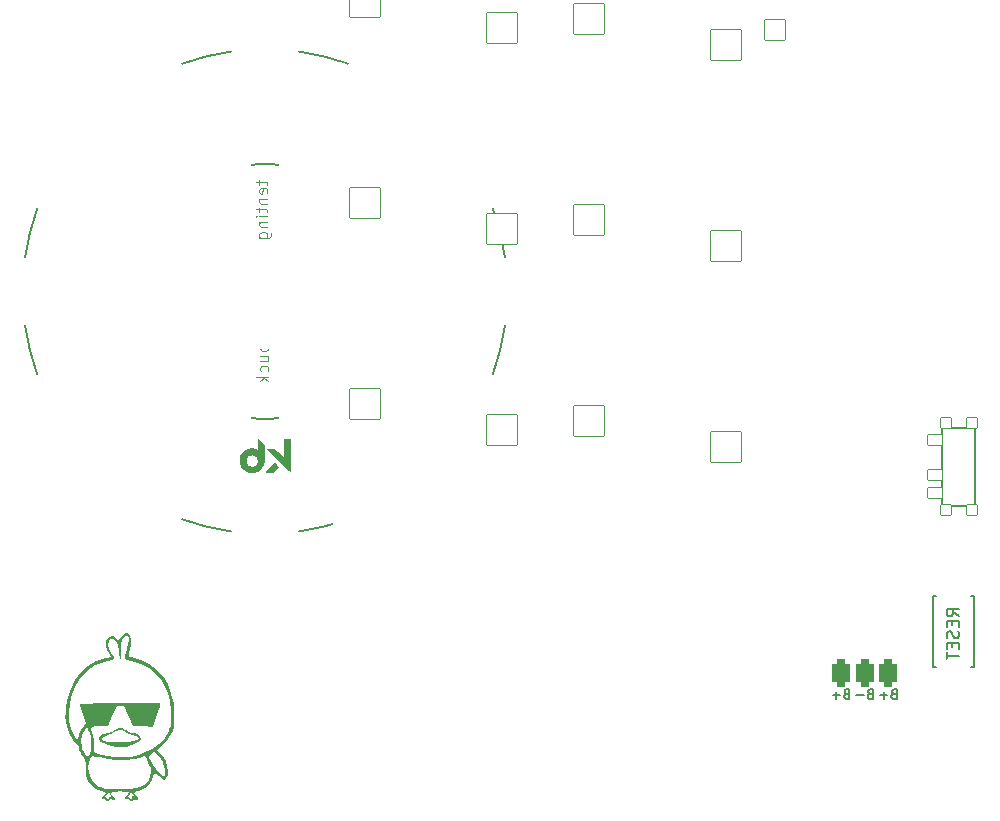
<source format=gbo>
%TF.GenerationSoftware,KiCad,Pcbnew,(6.0.4)*%
%TF.CreationDate,2022-05-01T21:13:42+02:00*%
%TF.ProjectId,batta,62617474-612e-46b6-9963-61645f706362,v1.0.0*%
%TF.SameCoordinates,Original*%
%TF.FileFunction,Legend,Bot*%
%TF.FilePolarity,Positive*%
%FSLAX46Y46*%
G04 Gerber Fmt 4.6, Leading zero omitted, Abs format (unit mm)*
G04 Created by KiCad (PCBNEW (6.0.4)) date 2022-05-01 21:13:42*
%MOMM*%
%LPD*%
G01*
G04 APERTURE LIST*
G04 Aperture macros list*
%AMRoundRect*
0 Rectangle with rounded corners*
0 $1 Rounding radius*
0 $2 $3 $4 $5 $6 $7 $8 $9 X,Y pos of 4 corners*
0 Add a 4 corners polygon primitive as box body*
4,1,4,$2,$3,$4,$5,$6,$7,$8,$9,$2,$3,0*
0 Add four circle primitives for the rounded corners*
1,1,$1+$1,$2,$3*
1,1,$1+$1,$4,$5*
1,1,$1+$1,$6,$7*
1,1,$1+$1,$8,$9*
0 Add four rect primitives between the rounded corners*
20,1,$1+$1,$2,$3,$4,$5,0*
20,1,$1+$1,$4,$5,$6,$7,0*
20,1,$1+$1,$6,$7,$8,$9,0*
20,1,$1+$1,$8,$9,$2,$3,0*%
G04 Aperture macros list end*
%ADD10C,0.150000*%
%ADD11C,0.100000*%
%ADD12C,0.200000*%
%ADD13C,0.010000*%
%ADD14C,1.752600*%
%ADD15R,1.752600X1.752600*%
%ADD16RoundRect,0.375000X-0.375000X-0.750000X0.375000X-0.750000X0.375000X0.750000X-0.375000X0.750000X0*%
%ADD17C,1.852600*%
%ADD18RoundRect,0.050000X-0.876300X0.876300X-0.876300X-0.876300X0.876300X-0.876300X0.876300X0.876300X0*%
%ADD19RoundRect,0.425000X-0.375000X-0.750000X0.375000X-0.750000X0.375000X0.750000X-0.375000X0.750000X0*%
%ADD20C,2.100000*%
%ADD21C,3.100000*%
%ADD22C,1.801800*%
%ADD23C,3.529000*%
%ADD24RoundRect,0.050000X-1.054507X-1.505993X1.505993X-1.054507X1.054507X1.505993X-1.505993X1.054507X0*%
%ADD25C,2.132000*%
%ADD26RoundRect,0.050000X-1.181751X-1.408356X1.408356X-1.181751X1.181751X1.408356X-1.408356X1.181751X0*%
%ADD27RoundRect,0.050000X-1.300000X-1.300000X1.300000X-1.300000X1.300000X1.300000X-1.300000X1.300000X0*%
%ADD28RoundRect,0.050000X-1.775833X-0.475833X0.475833X-1.775833X1.775833X0.475833X-0.475833X1.775833X0*%
%ADD29RoundRect,0.050000X-0.450000X0.450000X-0.450000X-0.450000X0.450000X-0.450000X0.450000X0.450000X0*%
%ADD30C,1.100000*%
%ADD31RoundRect,0.050000X-0.625000X0.450000X-0.625000X-0.450000X0.625000X-0.450000X0.625000X0.450000X0*%
%ADD32RoundRect,0.050000X-0.863113X-1.623279X1.623279X-0.863113X0.863113X1.623279X-1.623279X0.863113X0*%
%ADD33C,4.500000*%
%ADD34RoundRect,0.050000X-1.592168X-0.919239X0.919239X-1.592168X1.592168X0.919239X-0.919239X1.592168X0*%
G04 APERTURE END LIST*
D10*
%TO.C,PAD1*%
X156849182Y54073625D02*
X156734896Y54035530D01*
X156696801Y53997435D01*
X156658706Y53921244D01*
X156658706Y53806959D01*
X156696801Y53730768D01*
X156734896Y53692673D01*
X156811087Y53654578D01*
X157115848Y53654578D01*
X157115848Y54454578D01*
X156849182Y54454578D01*
X156772991Y54416483D01*
X156734896Y54378387D01*
X156696801Y54302197D01*
X156696801Y54226006D01*
X156734896Y54149816D01*
X156772991Y54111721D01*
X156849182Y54073625D01*
X157115848Y54073625D01*
X156315848Y53959340D02*
X155706325Y53959340D01*
X156011087Y53654578D02*
X156011087Y54264102D01*
X152849182Y54073625D02*
X152734896Y54035530D01*
X152696801Y53997435D01*
X152658706Y53921244D01*
X152658706Y53806959D01*
X152696801Y53730768D01*
X152734896Y53692673D01*
X152811087Y53654578D01*
X153115848Y53654578D01*
X153115848Y54454578D01*
X152849182Y54454578D01*
X152772991Y54416483D01*
X152734896Y54378387D01*
X152696801Y54302197D01*
X152696801Y54226006D01*
X152734896Y54149816D01*
X152772991Y54111721D01*
X152849182Y54073625D01*
X153115848Y54073625D01*
X152315848Y53959340D02*
X151706325Y53959340D01*
X152011087Y53654578D02*
X152011087Y54264102D01*
X154849182Y54073625D02*
X154734896Y54035530D01*
X154696801Y53997435D01*
X154658706Y53921244D01*
X154658706Y53806959D01*
X154696801Y53730768D01*
X154734896Y53692673D01*
X154811087Y53654578D01*
X155115848Y53654578D01*
X155115848Y54454578D01*
X154849182Y54454578D01*
X154772991Y54416483D01*
X154734896Y54378387D01*
X154696801Y54302197D01*
X154696801Y54226006D01*
X154734896Y54149816D01*
X154772991Y54111721D01*
X154849182Y54073625D01*
X155115848Y54073625D01*
X154315848Y53959340D02*
X153706325Y53959340D01*
%TO.C,B1*%
X162363467Y60641863D02*
X161887277Y60975197D01*
X162363467Y61213292D02*
X161363467Y61213292D01*
X161363467Y60832340D01*
X161411087Y60737102D01*
X161458706Y60689483D01*
X161553944Y60641863D01*
X161696801Y60641863D01*
X161792039Y60689483D01*
X161839658Y60737102D01*
X161887277Y60832340D01*
X161887277Y61213292D01*
X161839658Y60213292D02*
X161839658Y59879959D01*
X162363467Y59737102D02*
X162363467Y60213292D01*
X161363467Y60213292D01*
X161363467Y59737102D01*
X162315848Y59356149D02*
X162363467Y59213292D01*
X162363467Y58975197D01*
X162315848Y58879959D01*
X162268229Y58832340D01*
X162172991Y58784721D01*
X162077753Y58784721D01*
X161982515Y58832340D01*
X161934896Y58879959D01*
X161887277Y58975197D01*
X161839658Y59165673D01*
X161792039Y59260911D01*
X161744420Y59308530D01*
X161649182Y59356149D01*
X161553944Y59356149D01*
X161458706Y59308530D01*
X161411087Y59260911D01*
X161363467Y59165673D01*
X161363467Y58927578D01*
X161411087Y58784721D01*
X161839658Y58356149D02*
X161839658Y58022816D01*
X162363467Y57879959D02*
X162363467Y58356149D01*
X161363467Y58356149D01*
X161363467Y57879959D01*
X161363467Y57594244D02*
X161363467Y57022816D01*
X162363467Y57308530D02*
X161363467Y57308530D01*
D11*
%TO.C,REF\u002A\u002A*%
X103163714Y97559500D02*
X103163714Y97178547D01*
X102830380Y97416642D02*
X103687523Y97416642D01*
X103782761Y97369023D01*
X103830380Y97273785D01*
X103830380Y97178547D01*
X103782761Y96464261D02*
X103830380Y96559500D01*
X103830380Y96749976D01*
X103782761Y96845214D01*
X103687523Y96892833D01*
X103306571Y96892833D01*
X103211333Y96845214D01*
X103163714Y96749976D01*
X103163714Y96559500D01*
X103211333Y96464261D01*
X103306571Y96416642D01*
X103401809Y96416642D01*
X103497047Y96892833D01*
X103163714Y95988071D02*
X103830380Y95988071D01*
X103258952Y95988071D02*
X103211333Y95940452D01*
X103163714Y95845214D01*
X103163714Y95702357D01*
X103211333Y95607119D01*
X103306571Y95559500D01*
X103830380Y95559500D01*
X103163714Y95226166D02*
X103163714Y94845214D01*
X102830380Y95083309D02*
X103687523Y95083309D01*
X103782761Y95035690D01*
X103830380Y94940452D01*
X103830380Y94845214D01*
X103830380Y94511880D02*
X103163714Y94511880D01*
X102830380Y94511880D02*
X102878000Y94559500D01*
X102925619Y94511880D01*
X102878000Y94464261D01*
X102830380Y94511880D01*
X102925619Y94511880D01*
X103163714Y94035690D02*
X103830380Y94035690D01*
X103258952Y94035690D02*
X103211333Y93988071D01*
X103163714Y93892833D01*
X103163714Y93749976D01*
X103211333Y93654738D01*
X103306571Y93607119D01*
X103830380Y93607119D01*
X103163714Y92702357D02*
X103973238Y92702357D01*
X104068476Y92749976D01*
X104116095Y92797595D01*
X104163714Y92892833D01*
X104163714Y93035690D01*
X104116095Y93130928D01*
X103782761Y92702357D02*
X103830380Y92797595D01*
X103830380Y92988071D01*
X103782761Y93083309D01*
X103735142Y93130928D01*
X103639904Y93178547D01*
X103354190Y93178547D01*
X103258952Y93130928D01*
X103211333Y93083309D01*
X103163714Y92988071D01*
X103163714Y92797595D01*
X103211333Y92702357D01*
X103227214Y83605500D02*
X104227214Y83605500D01*
X103274833Y83605500D02*
X103227214Y83510261D01*
X103227214Y83319785D01*
X103274833Y83224547D01*
X103322452Y83176928D01*
X103417690Y83129309D01*
X103703404Y83129309D01*
X103798642Y83176928D01*
X103846261Y83224547D01*
X103893880Y83319785D01*
X103893880Y83510261D01*
X103846261Y83605500D01*
X103227214Y82272166D02*
X103893880Y82272166D01*
X103227214Y82700738D02*
X103751023Y82700738D01*
X103846261Y82653119D01*
X103893880Y82557880D01*
X103893880Y82415023D01*
X103846261Y82319785D01*
X103798642Y82272166D01*
X103846261Y81367404D02*
X103893880Y81462642D01*
X103893880Y81653119D01*
X103846261Y81748357D01*
X103798642Y81795976D01*
X103703404Y81843595D01*
X103417690Y81843595D01*
X103322452Y81795976D01*
X103274833Y81748357D01*
X103227214Y81653119D01*
X103227214Y81462642D01*
X103274833Y81367404D01*
X103893880Y80938833D02*
X102893880Y80938833D01*
X103512928Y80843595D02*
X103893880Y80557880D01*
X103227214Y80557880D02*
X103608166Y80938833D01*
D10*
%TO.C,B1*%
X160161087Y62316483D02*
X160411087Y62316483D01*
X160161087Y56316483D02*
X160161087Y62316483D01*
X163661087Y56316483D02*
X163411087Y56316483D01*
X163411087Y62316483D02*
X163661087Y62316483D01*
X163661087Y62316483D02*
X163661087Y56316483D01*
X160411087Y56316483D02*
X160161087Y56316483D01*
%TO.C,T2*%
X163761087Y71366483D02*
X163761087Y75266483D01*
X160911087Y70016483D02*
X163761087Y70016483D01*
X163761087Y76616483D02*
X160911087Y76616483D01*
X160911087Y76616483D02*
X160911087Y70016483D01*
X163761087Y73316483D02*
X163761087Y76616483D01*
X163761087Y73316483D02*
X163761087Y70016483D01*
D12*
%TO.C,REF\u002A\u002A*%
X106489500Y67818000D02*
G75*
G03*
X110640045Y68851865I-2857506J20320019D01*
G01*
X103632000Y98933000D02*
G75*
G03*
X102503615Y98873864I-6J-10794921D01*
G01*
X83311999Y85280500D02*
G75*
G03*
X84345865Y81129954I20320001J2857500D01*
G01*
X104760385Y98873863D02*
G75*
G03*
X103632000Y98933000I-1128385J-10735763D01*
G01*
X100774500Y108458001D02*
G75*
G03*
X96623954Y107424135I2857500J-20320001D01*
G01*
X103632000Y77342999D02*
G75*
G03*
X104760385Y77402136I0J10794901D01*
G01*
X122918134Y81129952D02*
G75*
G03*
X123952000Y85280500I-19286134J7008048D01*
G01*
X102503615Y77402136D02*
G75*
G03*
X103632000Y77343000I1128379J10735785D01*
G01*
X84345865Y95146044D02*
G75*
G03*
X83312000Y90995500I19286255J-7008074D01*
G01*
X96623955Y68851865D02*
G75*
G03*
X100774500Y67818000I7008045J19286135D01*
G01*
X123952000Y90995500D02*
G75*
G03*
X122918134Y95146048I-20320000J-2857500D01*
G01*
X110640049Y107424133D02*
G75*
G03*
X106489500Y108458000I-7008049J-19286133D01*
G01*
G36*
X103509717Y73707636D02*
G01*
X103507104Y73679241D01*
X103498235Y73632791D01*
X103460682Y73505631D01*
X103405516Y73379768D01*
X103335824Y73261586D01*
X103254693Y73157466D01*
X103246299Y73148300D01*
X103137987Y73047974D01*
X103015567Y72963977D01*
X102882394Y72897998D01*
X102741826Y72851723D01*
X102597218Y72826842D01*
X102496972Y72822359D01*
X102348551Y72833758D01*
X102205132Y72866011D01*
X102068896Y72918034D01*
X101942021Y72988748D01*
X101826688Y73077070D01*
X101725075Y73181919D01*
X101639363Y73302212D01*
X101582108Y73409131D01*
X101528963Y73548367D01*
X101497607Y73692931D01*
X101491103Y73789295D01*
X101986342Y73789295D01*
X101986624Y73784005D01*
X101990942Y73728702D01*
X101998299Y73686410D01*
X102010944Y73647802D01*
X102031125Y73603556D01*
X102052613Y73565229D01*
X102094098Y73506435D01*
X102142155Y73450979D01*
X102191478Y73404785D01*
X102236764Y73373781D01*
X102252931Y73366005D01*
X102293836Y73348645D01*
X102336833Y73332559D01*
X102409660Y73313271D01*
X102513361Y73304750D01*
X102614902Y73317544D01*
X102711688Y73350676D01*
X102801120Y73403169D01*
X102880601Y73474046D01*
X102947535Y73562329D01*
X102976189Y73616474D01*
X103006621Y73710493D01*
X103017193Y73808042D01*
X103008887Y73905990D01*
X102982685Y74001203D01*
X102939572Y74090550D01*
X102880529Y74170896D01*
X102806539Y74239110D01*
X102718587Y74292059D01*
X102704584Y74298345D01*
X102606238Y74328970D01*
X102504886Y74339152D01*
X102403982Y74329832D01*
X102306983Y74301954D01*
X102217347Y74256458D01*
X102138530Y74194288D01*
X102073988Y74116384D01*
X102056218Y74087855D01*
X102012566Y73994432D01*
X101989710Y73896540D01*
X101986342Y73789295D01*
X101491103Y73789295D01*
X101487316Y73845409D01*
X101490877Y73935079D01*
X101513558Y74085358D01*
X101556310Y74227327D01*
X101618120Y74359312D01*
X101697978Y74479637D01*
X101794872Y74586626D01*
X101907792Y74678606D01*
X102035725Y74753899D01*
X102105576Y74786538D01*
X102180714Y74815755D01*
X102252366Y74835247D01*
X102328849Y74847184D01*
X102418484Y74853736D01*
X102436296Y74854404D01*
X102575497Y74847966D01*
X102705880Y74820290D01*
X102828096Y74771186D01*
X102942793Y74700464D01*
X102966927Y74683262D01*
X102991773Y74666919D01*
X103004204Y74660605D01*
X103005112Y74664635D01*
X103006561Y74688442D01*
X103007888Y74731565D01*
X103009057Y74791640D01*
X103010033Y74866302D01*
X103010783Y74953188D01*
X103011272Y75049933D01*
X103011464Y75154173D01*
X103011612Y75647741D01*
X103519316Y75137715D01*
X103519229Y74446001D01*
X103519226Y74434265D01*
X103518965Y74283791D01*
X103518301Y74146519D01*
X103517257Y74023863D01*
X103515854Y73917234D01*
X103514115Y73828045D01*
X103513531Y73808042D01*
X103512062Y73757708D01*
X103509717Y73707636D01*
G37*
D13*
X103509717Y73707636D02*
X103507104Y73679241D01*
X103498235Y73632791D01*
X103460682Y73505631D01*
X103405516Y73379768D01*
X103335824Y73261586D01*
X103254693Y73157466D01*
X103246299Y73148300D01*
X103137987Y73047974D01*
X103015567Y72963977D01*
X102882394Y72897998D01*
X102741826Y72851723D01*
X102597218Y72826842D01*
X102496972Y72822359D01*
X102348551Y72833758D01*
X102205132Y72866011D01*
X102068896Y72918034D01*
X101942021Y72988748D01*
X101826688Y73077070D01*
X101725075Y73181919D01*
X101639363Y73302212D01*
X101582108Y73409131D01*
X101528963Y73548367D01*
X101497607Y73692931D01*
X101491103Y73789295D01*
X101986342Y73789295D01*
X101986624Y73784005D01*
X101990942Y73728702D01*
X101998299Y73686410D01*
X102010944Y73647802D01*
X102031125Y73603556D01*
X102052613Y73565229D01*
X102094098Y73506435D01*
X102142155Y73450979D01*
X102191478Y73404785D01*
X102236764Y73373781D01*
X102252931Y73366005D01*
X102293836Y73348645D01*
X102336833Y73332559D01*
X102409660Y73313271D01*
X102513361Y73304750D01*
X102614902Y73317544D01*
X102711688Y73350676D01*
X102801120Y73403169D01*
X102880601Y73474046D01*
X102947535Y73562329D01*
X102976189Y73616474D01*
X103006621Y73710493D01*
X103017193Y73808042D01*
X103008887Y73905990D01*
X102982685Y74001203D01*
X102939572Y74090550D01*
X102880529Y74170896D01*
X102806539Y74239110D01*
X102718587Y74292059D01*
X102704584Y74298345D01*
X102606238Y74328970D01*
X102504886Y74339152D01*
X102403982Y74329832D01*
X102306983Y74301954D01*
X102217347Y74256458D01*
X102138530Y74194288D01*
X102073988Y74116384D01*
X102056218Y74087855D01*
X102012566Y73994432D01*
X101989710Y73896540D01*
X101986342Y73789295D01*
X101491103Y73789295D01*
X101487316Y73845409D01*
X101490877Y73935079D01*
X101513558Y74085358D01*
X101556310Y74227327D01*
X101618120Y74359312D01*
X101697978Y74479637D01*
X101794872Y74586626D01*
X101907792Y74678606D01*
X102035725Y74753899D01*
X102105576Y74786538D01*
X102180714Y74815755D01*
X102252366Y74835247D01*
X102328849Y74847184D01*
X102418484Y74853736D01*
X102436296Y74854404D01*
X102575497Y74847966D01*
X102705880Y74820290D01*
X102828096Y74771186D01*
X102942793Y74700464D01*
X102966927Y74683262D01*
X102991773Y74666919D01*
X103004204Y74660605D01*
X103005112Y74664635D01*
X103006561Y74688442D01*
X103007888Y74731565D01*
X103009057Y74791640D01*
X103010033Y74866302D01*
X103010783Y74953188D01*
X103011272Y75049933D01*
X103011464Y75154173D01*
X103011612Y75647741D01*
X103519316Y75137715D01*
X103519229Y74446001D01*
X103519226Y74434265D01*
X103518965Y74283791D01*
X103518301Y74146519D01*
X103517257Y74023863D01*
X103515854Y73917234D01*
X103514115Y73828045D01*
X103513531Y73808042D01*
X103512062Y73757708D01*
X103509717Y73707636D01*
G36*
X105712952Y72911644D02*
G01*
X105622108Y73003920D01*
X105608327Y73017916D01*
X105576466Y73050269D01*
X105530519Y73096923D01*
X105471703Y73156641D01*
X105401236Y73228186D01*
X105320337Y73310323D01*
X105230222Y73401816D01*
X105132110Y73501427D01*
X105027218Y73607920D01*
X104916764Y73720060D01*
X104801965Y73836609D01*
X104684040Y73956332D01*
X103836816Y74816469D01*
X104125184Y74819562D01*
X104413552Y74822656D01*
X105216498Y74019956D01*
X105216498Y75653514D01*
X105712952Y75653514D01*
X105712952Y72911644D01*
G37*
X105712952Y72911644D02*
X105622108Y73003920D01*
X105608327Y73017916D01*
X105576466Y73050269D01*
X105530519Y73096923D01*
X105471703Y73156641D01*
X105401236Y73228186D01*
X105320337Y73310323D01*
X105230222Y73401816D01*
X105132110Y73501427D01*
X105027218Y73607920D01*
X104916764Y73720060D01*
X104801965Y73836609D01*
X104684040Y73956332D01*
X103836816Y74816469D01*
X104125184Y74819562D01*
X104413552Y74822656D01*
X105216498Y74019956D01*
X105216498Y75653514D01*
X105712952Y75653514D01*
X105712952Y72911644D01*
G36*
X104419184Y73621331D02*
G01*
X104431413Y73611283D01*
X104456895Y73587663D01*
X104493042Y73552950D01*
X104537266Y73509625D01*
X104586979Y73460170D01*
X104748014Y73298826D01*
X104714132Y73261011D01*
X104710955Y73257519D01*
X104689087Y73234310D01*
X104654741Y73198564D01*
X104610925Y73153384D01*
X104560642Y73101871D01*
X104506900Y73047128D01*
X104333550Y72871059D01*
X103713536Y72871059D01*
X103741837Y72904694D01*
X103744130Y72907385D01*
X103764798Y72930614D01*
X103797556Y72966454D01*
X103840416Y73012799D01*
X103891388Y73067542D01*
X103948484Y73128577D01*
X104009714Y73193796D01*
X104073089Y73261094D01*
X104136622Y73328364D01*
X104198321Y73393499D01*
X104256200Y73454393D01*
X104308267Y73508939D01*
X104352536Y73555031D01*
X104387015Y73590562D01*
X104409718Y73613425D01*
X104418653Y73621514D01*
X104419184Y73621331D01*
G37*
X104419184Y73621331D02*
X104431413Y73611283D01*
X104456895Y73587663D01*
X104493042Y73552950D01*
X104537266Y73509625D01*
X104586979Y73460170D01*
X104748014Y73298826D01*
X104714132Y73261011D01*
X104710955Y73257519D01*
X104689087Y73234310D01*
X104654741Y73198564D01*
X104610925Y73153384D01*
X104560642Y73101871D01*
X104506900Y73047128D01*
X104333550Y72871059D01*
X103713536Y72871059D01*
X103741837Y72904694D01*
X103744130Y72907385D01*
X103764798Y72930614D01*
X103797556Y72966454D01*
X103840416Y73012799D01*
X103891388Y73067542D01*
X103948484Y73128577D01*
X104009714Y73193796D01*
X104073089Y73261094D01*
X104136622Y73328364D01*
X104198321Y73393499D01*
X104256200Y73454393D01*
X104308267Y73508939D01*
X104352536Y73555031D01*
X104387015Y73590562D01*
X104409718Y73613425D01*
X104418653Y73621514D01*
X104419184Y73621331D01*
%TO.C,G\u002A\u002A\u002A*%
G36*
X92090151Y49627570D02*
G01*
X91856858Y49563258D01*
X91606747Y49544050D01*
X91270667Y49555225D01*
X90986219Y49576367D01*
X90716312Y49619910D01*
X90580476Y49661218D01*
X91121943Y49661218D01*
X91172212Y49644332D01*
X91355333Y49637727D01*
X91479582Y49640197D01*
X91585956Y49653481D01*
X91545833Y49674419D01*
X91411551Y49688426D01*
X91164833Y49674419D01*
X91121943Y49661218D01*
X90580476Y49661218D01*
X90454058Y49699662D01*
X90336275Y49750486D01*
X91801597Y49750486D01*
X91802908Y49721584D01*
X91912722Y49706018D01*
X91995945Y49719576D01*
X91963875Y49757170D01*
X91914914Y49770698D01*
X91801597Y49750486D01*
X90336275Y49750486D01*
X90147996Y49831729D01*
X89746667Y50032217D01*
X89668282Y50103879D01*
X89592425Y50280900D01*
X89592991Y50288759D01*
X89799283Y50288759D01*
X89857983Y50173540D01*
X90085333Y50063946D01*
X90307118Y50010411D01*
X90683604Y49968327D01*
X91124575Y49954937D01*
X91591166Y49967895D01*
X92044513Y50004850D01*
X92445752Y50063456D01*
X92756017Y50141363D01*
X92936445Y50236223D01*
X92952870Y50257106D01*
X92927648Y50360963D01*
X92745368Y50474542D01*
X92415354Y50591486D01*
X92240003Y50649272D01*
X91952971Y50770367D01*
X91750142Y50888931D01*
X91523133Y51016450D01*
X91238078Y51033650D01*
X90976467Y50886671D01*
X90852165Y50800634D01*
X90595190Y50675590D01*
X90293677Y50565696D01*
X90185675Y50530865D01*
X89908694Y50408302D01*
X89799283Y50288759D01*
X89592991Y50288759D01*
X89600521Y50393243D01*
X89700681Y50507134D01*
X89931092Y50630227D01*
X90037253Y50675334D01*
X90293403Y50762614D01*
X90481004Y50798141D01*
X90508079Y50800318D01*
X90704595Y50871562D01*
X90916560Y51011667D01*
X90965819Y51051487D01*
X91239808Y51197658D01*
X91507205Y51187960D01*
X91805483Y51022867D01*
X91824727Y51009006D01*
X92105319Y50861058D01*
X92401455Y50772737D01*
X92521155Y50750092D01*
X92839092Y50637187D01*
X93054233Y50476210D01*
X93133333Y50289127D01*
X93129109Y50257106D01*
X93128339Y50251266D01*
X93048156Y50134183D01*
X92852697Y49996498D01*
X92519500Y49821081D01*
X92375777Y49751706D01*
X92301849Y49719576D01*
X92149770Y49653481D01*
X92090151Y49627570D01*
G37*
G36*
X95259442Y46905333D02*
G01*
X95080028Y46693667D01*
X94889847Y46914905D01*
X94698073Y47106204D01*
X94483991Y47273234D01*
X94268316Y47410324D01*
X94167046Y47031686D01*
X94089659Y46807333D01*
X93826231Y46382822D01*
X93454214Y46064981D01*
X93000861Y45880708D01*
X92750623Y45812245D01*
X92577737Y45718440D01*
X92565769Y45611711D01*
X92710000Y45485649D01*
X92812742Y45386672D01*
X92838027Y45320075D01*
X92879333Y45211283D01*
X92867101Y45088285D01*
X92797061Y45052079D01*
X92628231Y45125783D01*
X92504914Y45163962D01*
X92424787Y45083450D01*
X92373787Y45001950D01*
X92253044Y44966823D01*
X92151542Y45075644D01*
X92099140Y45135602D01*
X91942532Y45150436D01*
X91859061Y45142079D01*
X91782767Y45206006D01*
X91807863Y45319653D01*
X91976775Y45319653D01*
X92048529Y45326426D01*
X92135489Y45332391D01*
X92230055Y45228474D01*
X92242357Y45187625D01*
X92279397Y45154979D01*
X92330367Y45277285D01*
X92342796Y45313841D01*
X92410581Y45414172D01*
X92510721Y45371053D01*
X92582415Y45325425D01*
X92676964Y45320075D01*
X92665574Y45373346D01*
X92547918Y45462119D01*
X92438257Y45550734D01*
X92364649Y45701812D01*
X92350157Y45792713D01*
X92312119Y45720000D01*
X92237115Y45597619D01*
X92085970Y45436952D01*
X92038370Y45394588D01*
X91976775Y45319653D01*
X91807863Y45319653D01*
X91812613Y45341165D01*
X91948000Y45508333D01*
X92060721Y45628613D01*
X92117333Y45733122D01*
X92098058Y45749097D01*
X91951057Y45777605D01*
X91690892Y45797310D01*
X91355333Y45804667D01*
X90960743Y45795436D01*
X90703987Y45761712D01*
X90593063Y45696462D01*
X90616460Y45592668D01*
X90762667Y45443312D01*
X90872249Y45318914D01*
X90895969Y45259995D01*
X90932000Y45170496D01*
X90876192Y45067763D01*
X90749393Y45049312D01*
X90632536Y45132400D01*
X90574992Y45161809D01*
X90463905Y45068900D01*
X90453052Y45054460D01*
X90347871Y44966615D01*
X90243433Y45021500D01*
X90175286Y45071084D01*
X89983733Y45127333D01*
X89929490Y45133637D01*
X89840726Y45215190D01*
X89861931Y45331615D01*
X90042325Y45331615D01*
X90101196Y45329547D01*
X90187380Y45333538D01*
X90273434Y45228474D01*
X90285393Y45177281D01*
X90322678Y45140838D01*
X90397544Y45250334D01*
X90432231Y45306915D01*
X90518980Y45368307D01*
X90648640Y45295229D01*
X90710894Y45250200D01*
X90725299Y45259995D01*
X90625277Y45383896D01*
X90485462Y45567764D01*
X90399127Y45720000D01*
X90398865Y45720718D01*
X90360071Y45797530D01*
X90346018Y45709160D01*
X90292576Y45580603D01*
X90148833Y45429234D01*
X90129500Y45414616D01*
X90042325Y45331615D01*
X89861931Y45331615D01*
X89865276Y45349982D01*
X90000667Y45485649D01*
X90091006Y45551564D01*
X90161167Y45676732D01*
X90066699Y45776951D01*
X89810167Y45847352D01*
X89797828Y45849377D01*
X89321255Y46011629D01*
X88920784Y46311861D01*
X88631089Y46724285D01*
X88547814Y46918086D01*
X88483345Y47159840D01*
X88453408Y47456258D01*
X88448903Y47864280D01*
X88448860Y47901843D01*
X88669666Y47901843D01*
X88703855Y47378080D01*
X88863259Y46906486D01*
X89135834Y46517674D01*
X89509535Y46242256D01*
X89547740Y46223624D01*
X89736097Y46145150D01*
X89940546Y46090693D01*
X90199395Y46054516D01*
X90550955Y46030884D01*
X91033535Y46014059D01*
X91604697Y46005675D01*
X92223194Y46023676D01*
X92711581Y46080229D01*
X93090819Y46181432D01*
X93381870Y46333383D01*
X93605694Y46542178D01*
X93783254Y46813915D01*
X93884529Y47050475D01*
X93966471Y47430221D01*
X93955436Y47779890D01*
X93848576Y48045717D01*
X93833639Y48066821D01*
X93726099Y48276554D01*
X93636048Y48533628D01*
X93578673Y48712155D01*
X93506930Y48800658D01*
X93404947Y48778602D01*
X93384596Y48769158D01*
X93206335Y48709770D01*
X92924680Y48633483D01*
X92590784Y48554382D01*
X92525628Y48540603D01*
X91826584Y48453659D01*
X91062673Y48450520D01*
X90306225Y48528041D01*
X89629571Y48683080D01*
X89337909Y48766803D01*
X89078710Y48800246D01*
X88912449Y48736468D01*
X88804247Y48558916D01*
X88719226Y48251036D01*
X88669666Y47901843D01*
X88448860Y47901843D01*
X88448570Y48157704D01*
X88433264Y48435229D01*
X88397135Y48592581D01*
X88336186Y48657889D01*
X88292845Y48685392D01*
X88163348Y48841409D01*
X88030098Y49072370D01*
X87926010Y49316190D01*
X87884000Y49510787D01*
X87877492Y49551718D01*
X87786503Y49725426D01*
X87622447Y49916326D01*
X87466162Y50086417D01*
X88083034Y50086417D01*
X88137891Y49530457D01*
X88172798Y49410235D01*
X88293625Y49134049D01*
X88433471Y48938144D01*
X88631612Y48752000D01*
X88784621Y48985520D01*
X88791980Y48997211D01*
X88884587Y49257259D01*
X88932045Y49618011D01*
X88933874Y50020552D01*
X88889593Y50405965D01*
X88798723Y50715333D01*
X88784513Y50746852D01*
X88680312Y50990303D01*
X88606909Y51181000D01*
X88593108Y51218654D01*
X88546548Y51273984D01*
X88475508Y51214714D01*
X88352074Y51023603D01*
X88175494Y50629602D01*
X88083034Y50086417D01*
X87466162Y50086417D01*
X87391662Y50167498D01*
X87046687Y50728695D01*
X86828912Y51387274D01*
X86740310Y52131605D01*
X86751634Y52349453D01*
X87037333Y52349453D01*
X87051598Y51916053D01*
X87132256Y51369611D01*
X87296742Y50893902D01*
X87559358Y50436515D01*
X87771877Y50123765D01*
X87914579Y50637039D01*
X87972624Y50817483D01*
X88120243Y51145386D01*
X88282024Y51375054D01*
X88506766Y51599797D01*
X88227747Y52389373D01*
X88150937Y52612082D01*
X88054480Y52911971D01*
X87995123Y53124433D01*
X87983469Y53213691D01*
X87993327Y53216156D01*
X88129931Y53225891D01*
X88412109Y53237554D01*
X88821589Y53250639D01*
X89340102Y53264643D01*
X89949378Y53279060D01*
X90631145Y53293386D01*
X91367135Y53307118D01*
X92255177Y53321149D01*
X93039608Y53329805D01*
X93668620Y53331980D01*
X94149312Y53327606D01*
X94488786Y53316614D01*
X94694143Y53298938D01*
X94772483Y53274508D01*
X94767050Y53168229D01*
X94709196Y52937387D01*
X94608276Y52617411D01*
X94474266Y52242808D01*
X94119625Y51302404D01*
X93267568Y51326369D01*
X92415512Y51350333D01*
X91721764Y53043667D01*
X91061220Y53043667D01*
X90714393Y52197000D01*
X90367567Y51350333D01*
X89624569Y51325736D01*
X89581125Y51324380D01*
X89251435Y51316045D01*
X89046381Y51294134D01*
X88947795Y51228177D01*
X88937510Y51087705D01*
X88997359Y50842247D01*
X89109173Y50461333D01*
X89177659Y50153477D01*
X89180290Y50020552D01*
X89189460Y49557344D01*
X89136032Y49119020D01*
X89716516Y48933069D01*
X89841603Y48896360D01*
X90369152Y48790313D01*
X90973967Y48726463D01*
X91596441Y48707253D01*
X92176969Y48735128D01*
X92655943Y48812532D01*
X92706688Y48829326D01*
X93811494Y48829326D01*
X93850368Y48650301D01*
X93978490Y48361811D01*
X94168946Y48035634D01*
X94393603Y47719169D01*
X94624329Y47459817D01*
X94656620Y47430221D01*
X94829582Y47271693D01*
X95003381Y47129176D01*
X95095814Y47074667D01*
X95119990Y47087971D01*
X95156983Y47216558D01*
X95164551Y47442068D01*
X95145264Y47715410D01*
X95101694Y47987490D01*
X95036409Y48209213D01*
X94983846Y48317075D01*
X94810897Y48591777D01*
X94605022Y48852562D01*
X94437735Y49031678D01*
X94314785Y49124283D01*
X94204974Y49127257D01*
X94056613Y49060169D01*
X94044045Y49053534D01*
X93879054Y48935990D01*
X93811494Y48829326D01*
X92706688Y48829326D01*
X93345072Y49040600D01*
X94037636Y49392478D01*
X94638727Y49832535D01*
X95123451Y50342255D01*
X95466911Y50903122D01*
X95546050Y51083499D01*
X95632071Y51325438D01*
X95680933Y51568424D01*
X95702355Y51868489D01*
X95706059Y52281667D01*
X95693847Y52699333D01*
X95604551Y53426649D01*
X95415106Y54106223D01*
X95109351Y54806437D01*
X94904161Y55171778D01*
X94429924Y55784119D01*
X93852712Y56266115D01*
X93164860Y56623495D01*
X92358703Y56861985D01*
X92308022Y56872616D01*
X92016096Y56936566D01*
X91804460Y56987479D01*
X91715967Y57015145D01*
X91713630Y57022716D01*
X91739213Y57134187D01*
X91810757Y57327500D01*
X91886846Y57539207D01*
X91984172Y57898858D01*
X92055789Y58267712D01*
X92091429Y58589494D01*
X92080827Y58807926D01*
X92019249Y58938007D01*
X91857400Y59012667D01*
X91828545Y59010770D01*
X91662876Y58905839D01*
X91540976Y58646886D01*
X91465724Y58242946D01*
X91440000Y57703053D01*
X91433060Y57388386D01*
X91411015Y57130475D01*
X91380090Y57000986D01*
X91346732Y57009934D01*
X91317386Y57167336D01*
X91298501Y57483209D01*
X91271962Y57785990D01*
X91168895Y58198090D01*
X91003192Y58513086D01*
X90789296Y58696561D01*
X90696143Y58729953D01*
X90519528Y58709447D01*
X90415656Y58540138D01*
X90381667Y58218676D01*
X90429683Y57882479D01*
X90607334Y57560621D01*
X90744157Y57372524D01*
X90855912Y57157979D01*
X90831634Y57017781D01*
X90660337Y56923552D01*
X90331037Y56846916D01*
X89974894Y56762944D01*
X89250956Y56473262D01*
X88613053Y56048956D01*
X88070423Y55502637D01*
X87632300Y54846916D01*
X87307920Y54094405D01*
X87106519Y53257713D01*
X87037333Y52349453D01*
X86751634Y52349453D01*
X86782854Y52950057D01*
X86958516Y53830998D01*
X87174637Y54484422D01*
X87560594Y55256015D01*
X88051518Y55909912D01*
X88638665Y56436989D01*
X89313291Y56828122D01*
X90066652Y57074187D01*
X90280479Y57121611D01*
X90486705Y57170687D01*
X90576352Y57196777D01*
X90573828Y57217299D01*
X90509179Y57340230D01*
X90385852Y57532889D01*
X90247409Y57795491D01*
X90164290Y58171560D01*
X90207669Y58522480D01*
X90377818Y58804849D01*
X90497321Y58916981D01*
X90644764Y58996560D01*
X90794198Y58957237D01*
X91004308Y58798407D01*
X91258941Y58584147D01*
X91370637Y58816498D01*
X91502017Y59002620D01*
X91709381Y59176116D01*
X91843944Y59243239D01*
X91971315Y59248022D01*
X92111548Y59144903D01*
X92209675Y59005694D01*
X92281521Y58691329D01*
X92265796Y58264949D01*
X92161780Y57746604D01*
X92114589Y57550014D01*
X92078996Y57339930D01*
X92083079Y57240699D01*
X92152549Y57211120D01*
X92349183Y57156755D01*
X92619750Y57096064D01*
X93106798Y56964555D01*
X93818391Y56638224D01*
X94440856Y56178241D01*
X94967025Y55595014D01*
X95389730Y54898953D01*
X95701804Y54100466D01*
X95896078Y53209961D01*
X95962260Y52281667D01*
X95965384Y52237846D01*
X95965914Y51982525D01*
X95959961Y51628150D01*
X95938003Y51369785D01*
X95891675Y51160285D01*
X95812614Y50952507D01*
X95692459Y50699309D01*
X95433312Y50261863D01*
X94956756Y49716888D01*
X94498261Y49297850D01*
X94754885Y49054092D01*
X94995219Y48770123D01*
X95212833Y48378525D01*
X95357385Y47956541D01*
X95419553Y47543879D01*
X95411282Y47442068D01*
X95390013Y47180241D01*
X95259442Y46905333D01*
G37*
%TD*%
D14*
%TO.C,MCU1*%
X162031087Y82346483D03*
X162031087Y84886483D03*
X162031087Y87426483D03*
X162031087Y89966483D03*
X162031087Y92506483D03*
X162031087Y95046483D03*
X162031087Y97586483D03*
X162031087Y100126483D03*
X162031087Y102666483D03*
X162031087Y105206483D03*
X162031087Y107746483D03*
X162031087Y110286483D03*
X146791087Y82346483D03*
X146791087Y84886483D03*
X146791087Y87426483D03*
X146791087Y89966483D03*
X146791087Y92506483D03*
X146791087Y95046483D03*
X146791087Y97586483D03*
X146791087Y100126483D03*
X146791087Y102666483D03*
X146791087Y105206483D03*
X146791087Y107746483D03*
D15*
X146791087Y110286483D03*
%TD*%
D16*
%TO.C,PAD1*%
X152411087Y55816483D03*
X156411087Y55816483D03*
X154411087Y55816483D03*
%TD*%
%LPC*%
D17*
%TO.C,MCU1*%
X162031087Y82346483D03*
X162031087Y84886483D03*
X162031087Y87426483D03*
X162031087Y89966483D03*
X162031087Y92506483D03*
X162031087Y95046483D03*
X162031087Y97586483D03*
X162031087Y100126483D03*
X162031087Y102666483D03*
X162031087Y105206483D03*
X162031087Y107746483D03*
X162031087Y110286483D03*
X146791087Y82346483D03*
X146791087Y84886483D03*
X146791087Y87426483D03*
X146791087Y89966483D03*
X146791087Y92506483D03*
X146791087Y95046483D03*
X146791087Y97586483D03*
X146791087Y100126483D03*
X146791087Y102666483D03*
X146791087Y105206483D03*
X146791087Y107746483D03*
D18*
X146791087Y110286483D03*
%TD*%
D19*
%TO.C,PAD1*%
X152411087Y55816483D03*
X156411087Y55816483D03*
X154411087Y55816483D03*
%TD*%
D20*
%TO.C,B1*%
X161911087Y56066483D03*
X161911087Y62566483D03*
%TD*%
D21*
%TO.C,S11*%
X75659968Y109306337D03*
X70353903Y110604673D03*
X70353903Y110604673D03*
D22*
X65970667Y103790002D03*
D21*
X65811891Y107569855D03*
D23*
X71387110Y104745067D03*
D22*
X76803553Y105700132D03*
D24*
X67128658Y110035975D03*
X78885213Y109875035D03*
%TD*%
D22*
%TO.C,S34*%
X157191785Y38610213D03*
D23*
X152428645Y41360213D03*
D22*
X147665505Y44110213D03*
D25*
X146198518Y40569316D03*
X154858772Y35569316D03*
X149478645Y36250663D03*
X149478645Y36250663D03*
%TD*%
D23*
%TO.C,S15*%
X94221643Y97114167D03*
D22*
X99700714Y97593524D03*
D21*
X98875782Y101285676D03*
X93703066Y103041525D03*
X93703066Y103041525D03*
X88913835Y100414118D03*
D22*
X88742572Y96634810D03*
D26*
X90440529Y102756090D03*
X102138320Y101571111D03*
%TD*%
D21*
%TO.C,S21*%
X115411087Y95636017D03*
D22*
X109911087Y89686017D03*
D21*
X115411087Y95636017D03*
X120411087Y93436017D03*
D22*
X120911087Y89686017D03*
D21*
X110411087Y93436017D03*
D23*
X115411087Y89686017D03*
D27*
X112136087Y95636017D03*
X123686087Y93436017D03*
%TD*%
D22*
%TO.C,S8*%
X71874705Y70306538D03*
X82707591Y72216668D03*
D23*
X77291148Y71261603D03*
D25*
X73026972Y66651093D03*
X82875050Y68387574D03*
X78315672Y65451237D03*
X78315672Y65451237D03*
%TD*%
D23*
%TO.C,S14*%
X95703291Y80178857D03*
D22*
X101182362Y80658214D03*
X90224220Y79699500D03*
D25*
X91053509Y75957538D03*
X101015456Y76829096D03*
X96217510Y74301308D03*
X96217510Y74301308D03*
%TD*%
D23*
%TO.C,S20*%
X115411087Y72686017D03*
D22*
X109911087Y72686017D03*
X120911087Y72686017D03*
D25*
X120411087Y68886017D03*
X110411087Y68886017D03*
X115411087Y66786017D03*
X115411087Y66786017D03*
%TD*%
D22*
%TO.C,S28*%
X128877759Y88246289D03*
X139877759Y88246289D03*
D23*
X134377759Y88246289D03*
D25*
X129377759Y84446289D03*
X139377759Y84446289D03*
X134377759Y82346289D03*
X134377759Y82346289D03*
%TD*%
D23*
%TO.C,S26*%
X134377759Y71246289D03*
D22*
X128877759Y71246289D03*
X139877759Y71246289D03*
D25*
X129377759Y67446289D03*
X139377759Y67446289D03*
X134377759Y65346289D03*
X134377759Y65346289D03*
%TD*%
D21*
%TO.C,S29*%
X134377759Y111196289D03*
X134377759Y111196289D03*
D22*
X139877759Y105246289D03*
D23*
X134377759Y105246289D03*
D21*
X139377759Y108996289D03*
X129377759Y108996289D03*
D22*
X128877759Y105246289D03*
D27*
X131102759Y111196289D03*
X142652759Y108996289D03*
%TD*%
D23*
%TO.C,S33*%
X152428645Y41360213D03*
D21*
X155403645Y46513064D03*
X149973518Y47107808D03*
D22*
X147665505Y44110213D03*
D21*
X155403645Y46513064D03*
X158633772Y42107808D03*
D22*
X157191785Y38610213D03*
D28*
X152567412Y48150564D03*
X161470005Y40470308D03*
%TD*%
D21*
%TO.C,S7*%
X71715929Y74086391D03*
X81564006Y75822873D03*
X76257941Y77121209D03*
D22*
X71874705Y70306538D03*
D21*
X76257941Y77121209D03*
D22*
X82707591Y72216668D03*
D23*
X77291148Y71261603D03*
D24*
X73032696Y76552511D03*
X84789251Y76391571D03*
%TD*%
D22*
%TO.C,S2*%
X57770005Y47649137D03*
D23*
X63029681Y49257181D03*
D22*
X68289357Y50865225D03*
D25*
X59359170Y44161364D03*
X68922217Y47085081D03*
X64754674Y43614983D03*
X64754674Y43614983D03*
%TD*%
D29*
%TO.C,T2*%
X163511087Y69616483D03*
X163511087Y77016483D03*
X161311087Y69616483D03*
X161311087Y77016483D03*
D30*
X162411087Y74816483D03*
X162411087Y71816483D03*
D31*
X160336087Y75566483D03*
X160336087Y72566483D03*
X160336087Y71066483D03*
%TD*%
D22*
%TO.C,S1*%
X68289357Y50865225D03*
D21*
X66714811Y54305182D03*
X61290069Y54947194D03*
X61290069Y54947194D03*
D23*
X63029681Y49257181D03*
D21*
X57151763Y51381465D03*
D22*
X57770005Y47649137D03*
D32*
X58158171Y53989677D03*
X69846709Y55262700D03*
%TD*%
D23*
%TO.C,S5*%
X53089043Y81771543D03*
D22*
X58348719Y83379587D03*
D21*
X51349431Y87461556D03*
X51349431Y87461556D03*
D22*
X47829367Y80163499D03*
D21*
X47211125Y83895827D03*
X56774173Y86819544D03*
D32*
X48217533Y86504039D03*
X59906071Y87777062D03*
%TD*%
D21*
%TO.C,S27*%
X129377759Y91996289D03*
D22*
X139877759Y88246289D03*
D23*
X134377759Y88246289D03*
D21*
X139377759Y91996289D03*
X134377759Y94196289D03*
X134377759Y94196289D03*
D22*
X128877759Y88246289D03*
D27*
X131102759Y94196289D03*
X142652759Y91996289D03*
%TD*%
D21*
%TO.C,S9*%
X68763910Y90828123D03*
D23*
X74339129Y88003335D03*
D21*
X73305922Y93862941D03*
X78611987Y92564605D03*
D22*
X68922686Y87048270D03*
D21*
X73305922Y93862941D03*
D22*
X79755572Y88958400D03*
D24*
X70080677Y93294243D03*
X81837232Y93133303D03*
%TD*%
D22*
%TO.C,S16*%
X99700714Y97593524D03*
D23*
X94221643Y97114167D03*
D22*
X88742572Y96634810D03*
D25*
X99533808Y93764406D03*
X89571861Y92892848D03*
X94735862Y91236618D03*
X94735862Y91236618D03*
%TD*%
D22*
%TO.C,S30*%
X139877759Y105246289D03*
X128877759Y105246289D03*
D23*
X134377759Y105246289D03*
D25*
X139377759Y101446289D03*
X129377759Y101446289D03*
X134377759Y99346289D03*
X134377759Y99346289D03*
%TD*%
D22*
%TO.C,S13*%
X90224220Y79699500D03*
X101182362Y80658214D03*
D23*
X95703291Y80178857D03*
D21*
X95184714Y86106215D03*
X100357430Y84350366D03*
X95184714Y86106215D03*
X90395483Y83478808D03*
D26*
X91922177Y85820780D03*
X103619968Y84635801D03*
%TD*%
D22*
%TO.C,S24*%
X109911087Y106686017D03*
X120911087Y106686017D03*
D23*
X115411087Y106686017D03*
D25*
X110411087Y102886017D03*
X120411087Y102886017D03*
X115411087Y100786017D03*
X115411087Y100786017D03*
%TD*%
D22*
%TO.C,S17*%
X87260925Y113570120D03*
D23*
X92739996Y114049477D03*
D22*
X98219067Y114528834D03*
D21*
X87432188Y117349428D03*
X97394135Y118220986D03*
X92221419Y119976835D03*
X92221419Y119976835D03*
D26*
X88958882Y119691400D03*
X100656673Y118506421D03*
%TD*%
D22*
%TO.C,S4*%
X52799686Y63906318D03*
X63319038Y67122406D03*
D23*
X58059362Y65514362D03*
D25*
X54388851Y60418545D03*
X63951898Y63342262D03*
X59784355Y59872164D03*
X59784355Y59872164D03*
%TD*%
D22*
%TO.C,S10*%
X79755572Y88958400D03*
X68922686Y87048270D03*
D23*
X74339129Y88003335D03*
D25*
X70074953Y83392825D03*
X79923031Y85129306D03*
X75363653Y82192969D03*
X75363653Y82192969D03*
%TD*%
D33*
%TO.C,REF\u002A\u002A*%
X84582000Y88138000D03*
X103632000Y107188000D03*
X103632000Y69088000D03*
%TD*%
D22*
%TO.C,S22*%
X109911087Y89686017D03*
X120911087Y89686017D03*
D23*
X115411087Y89686017D03*
D25*
X110411087Y85886017D03*
X120411087Y85886017D03*
X115411087Y83786017D03*
X115411087Y83786017D03*
%TD*%
D23*
%TO.C,S31*%
X133891046Y49038738D03*
D22*
X128578454Y50462243D03*
D21*
X135431019Y54785997D03*
X139691247Y51366865D03*
X135431019Y54785997D03*
X130031988Y53955055D03*
D22*
X139203638Y47615233D03*
D34*
X132267612Y55633629D03*
X142854654Y50519232D03*
%TD*%
D22*
%TO.C,S3*%
X52799686Y63906318D03*
D21*
X52181444Y67638646D03*
D23*
X58059362Y65514362D03*
D21*
X61744492Y70562363D03*
X56319750Y71204375D03*
X56319750Y71204375D03*
D22*
X63319038Y67122406D03*
D32*
X53187852Y70246858D03*
X64876390Y71519881D03*
%TD*%
D22*
%TO.C,S32*%
X139203638Y47615233D03*
D23*
X133891046Y49038738D03*
D22*
X128578454Y50462243D03*
D25*
X137737163Y44074125D03*
X128077904Y46662315D03*
X132364014Y43339776D03*
X132364014Y43339776D03*
%TD*%
D23*
%TO.C,S12*%
X71387110Y104745067D03*
D22*
X65970667Y103790002D03*
X76803553Y105700132D03*
D25*
X76971012Y101871038D03*
X67122934Y100134557D03*
X72411634Y98934701D03*
X72411634Y98934701D03*
%TD*%
D23*
%TO.C,S23*%
X115411087Y106686017D03*
D22*
X120911087Y106686017D03*
D21*
X115411087Y112636017D03*
X115411087Y112636017D03*
X110411087Y110436017D03*
X120411087Y110436017D03*
D22*
X109911087Y106686017D03*
D27*
X112136087Y112636017D03*
X123686087Y110436017D03*
%TD*%
D21*
%TO.C,S25*%
X134377759Y77196289D03*
D23*
X134377759Y71246289D03*
D21*
X129377759Y74996289D03*
D22*
X139877759Y71246289D03*
D21*
X134377759Y77196289D03*
X139377759Y74996289D03*
D22*
X128877759Y71246289D03*
D27*
X131102759Y77196289D03*
X142652759Y74996289D03*
%TD*%
D22*
%TO.C,S6*%
X47829367Y80163499D03*
X58348719Y83379587D03*
D23*
X53089043Y81771543D03*
D25*
X49418532Y76675726D03*
X58981579Y79599443D03*
X54814036Y76129345D03*
X54814036Y76129345D03*
%TD*%
D23*
%TO.C,S19*%
X115411087Y72686017D03*
D21*
X115411087Y78636017D03*
X110411087Y76436017D03*
D22*
X120911087Y72686017D03*
X109911087Y72686017D03*
D21*
X120411087Y76436017D03*
X115411087Y78636017D03*
D27*
X112136087Y78636017D03*
X123686087Y76436017D03*
%TD*%
D22*
%TO.C,S18*%
X98219067Y114528834D03*
D23*
X92739996Y114049477D03*
D22*
X87260925Y113570120D03*
D25*
X88090214Y109828158D03*
X98052161Y110699716D03*
X93254215Y108171928D03*
X93254215Y108171928D03*
%TD*%
M02*

</source>
